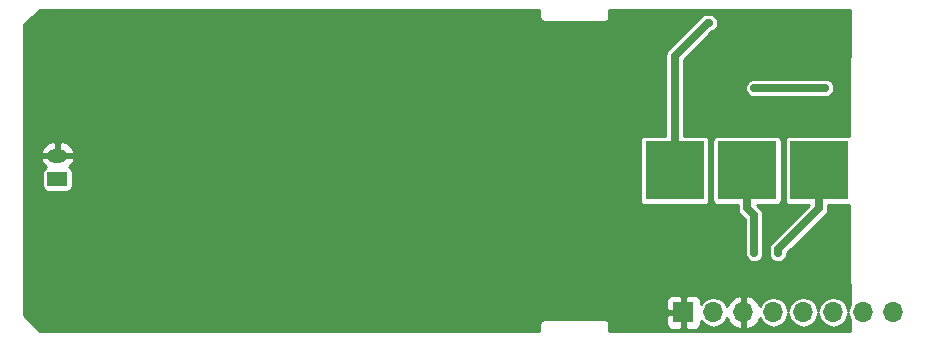
<source format=gbl>
G04 #@! TF.FileFunction,Copper,L2,Bot,Signal*
%FSLAX46Y46*%
G04 Gerber Fmt 4.6, Leading zero omitted, Abs format (unit mm)*
G04 Created by KiCad (PCBNEW 4.0.5+dfsg1-4) date Sat Sep 16 14:32:47 2017*
%MOMM*%
%LPD*%
G01*
G04 APERTURE LIST*
%ADD10C,0.100000*%
%ADD11R,1.700000X1.200000*%
%ADD12O,1.700000X1.200000*%
%ADD13R,5.000000X5.000000*%
%ADD14R,1.700000X1.700000*%
%ADD15O,1.700000X1.700000*%
%ADD16C,0.685800*%
%ADD17C,0.685800*%
%ADD18C,0.254000*%
G04 APERTURE END LIST*
D10*
D11*
X95000000Y-87250000D03*
D12*
X95000000Y-85250000D03*
D13*
X147250000Y-86500000D03*
D14*
X148000000Y-98500000D03*
D15*
X150540000Y-98500000D03*
X153080000Y-98500000D03*
X155620000Y-98500000D03*
X158160000Y-98500000D03*
X160700000Y-98500000D03*
X163240000Y-98500000D03*
X165780000Y-98500000D03*
D13*
X159500000Y-86500000D03*
X153375000Y-86500000D03*
D16*
X131500000Y-86500000D03*
X131500000Y-77025000D03*
X131500000Y-96225000D03*
X159100000Y-74000000D03*
X148000000Y-93500000D03*
X146000000Y-93500000D03*
X146000000Y-93500000D03*
X150150000Y-74000000D03*
X156000000Y-93500000D03*
X160000000Y-79500000D03*
X154000000Y-79500000D03*
X154000000Y-93500000D03*
D17*
X147250000Y-86500000D02*
X147250000Y-76800000D01*
X147250000Y-76800000D02*
X150050000Y-74000000D01*
X150050000Y-74000000D02*
X150150000Y-74000000D01*
X159500000Y-86500000D02*
X159500000Y-89685800D01*
X159500000Y-89685800D02*
X156000000Y-93185800D01*
X156000000Y-93185800D02*
X156000000Y-93500000D01*
X160000000Y-79500000D02*
X154000000Y-79500000D01*
X153375000Y-86500000D02*
X153375000Y-89685800D01*
X153375000Y-89685800D02*
X154000000Y-90310800D01*
X154000000Y-90310800D02*
X154000000Y-93500000D01*
D18*
G36*
X135794000Y-73500000D02*
X135828711Y-73674504D01*
X135873000Y-73740787D01*
X135873000Y-73750000D01*
X135883006Y-73799410D01*
X135911447Y-73841035D01*
X135953841Y-73868315D01*
X136000000Y-73877000D01*
X136009213Y-73877000D01*
X136075496Y-73921289D01*
X136250000Y-73956000D01*
X141250000Y-73956000D01*
X141424504Y-73921289D01*
X141490787Y-73877000D01*
X141500000Y-73877000D01*
X141549410Y-73866994D01*
X141591035Y-73838553D01*
X141618315Y-73796159D01*
X141627000Y-73750000D01*
X141627000Y-73740787D01*
X141671289Y-73674504D01*
X141706000Y-73500000D01*
X141706000Y-72877000D01*
X162123000Y-72877000D01*
X162123000Y-76759213D01*
X162078711Y-76825496D01*
X162044000Y-77000000D01*
X162044000Y-83568651D01*
X162000000Y-83559741D01*
X157000000Y-83559741D01*
X156839985Y-83589850D01*
X156693020Y-83684419D01*
X156594427Y-83828715D01*
X156559741Y-84000000D01*
X156559741Y-89000000D01*
X156589850Y-89160015D01*
X156684419Y-89306980D01*
X156828715Y-89405573D01*
X157000000Y-89440259D01*
X158649950Y-89440259D01*
X155452204Y-92638004D01*
X155284271Y-92889335D01*
X155284271Y-92889336D01*
X155225299Y-93185800D01*
X155225300Y-93185805D01*
X155225300Y-93499897D01*
X155225166Y-93653421D01*
X155342859Y-93938259D01*
X155452203Y-94047794D01*
X155452204Y-94047796D01*
X155452206Y-94047797D01*
X155560595Y-94156376D01*
X155845227Y-94274565D01*
X156153421Y-94274834D01*
X156438259Y-94157141D01*
X156547794Y-94047797D01*
X156547796Y-94047796D01*
X156547797Y-94047794D01*
X156656376Y-93939405D01*
X156774565Y-93654773D01*
X156774694Y-93506698D01*
X160047793Y-90233598D01*
X160047796Y-90233596D01*
X160215729Y-89982265D01*
X160274700Y-89685800D01*
X160274700Y-89440259D01*
X162000000Y-89440259D01*
X162044000Y-89431980D01*
X162044000Y-96000000D01*
X162078711Y-96174504D01*
X162123000Y-96240787D01*
X162123000Y-97883749D01*
X162055771Y-97984364D01*
X161970000Y-98415565D01*
X161884229Y-97984364D01*
X161606369Y-97568519D01*
X161190524Y-97290659D01*
X160700000Y-97193088D01*
X160209476Y-97290659D01*
X159793631Y-97568519D01*
X159515771Y-97984364D01*
X159430000Y-98415565D01*
X159344229Y-97984364D01*
X159066369Y-97568519D01*
X158650524Y-97290659D01*
X158160000Y-97193088D01*
X157669476Y-97290659D01*
X157253631Y-97568519D01*
X156975771Y-97984364D01*
X156890000Y-98415565D01*
X156804229Y-97984364D01*
X156526369Y-97568519D01*
X156110524Y-97290659D01*
X155620000Y-97193088D01*
X155129476Y-97290659D01*
X154713631Y-97568519D01*
X154442327Y-97974552D01*
X154275183Y-97618642D01*
X153846924Y-97228355D01*
X153436890Y-97058524D01*
X153207000Y-97179845D01*
X153207000Y-98373000D01*
X153227000Y-98373000D01*
X153227000Y-98627000D01*
X153207000Y-98627000D01*
X153207000Y-99820155D01*
X153436890Y-99941476D01*
X153846924Y-99771645D01*
X154275183Y-99381358D01*
X154442327Y-99025448D01*
X154713631Y-99431481D01*
X155129476Y-99709341D01*
X155620000Y-99806912D01*
X156110524Y-99709341D01*
X156526369Y-99431481D01*
X156804229Y-99015636D01*
X156890000Y-98584435D01*
X156975771Y-99015636D01*
X157253631Y-99431481D01*
X157669476Y-99709341D01*
X158160000Y-99806912D01*
X158650524Y-99709341D01*
X159066369Y-99431481D01*
X159344229Y-99015636D01*
X159430000Y-98584435D01*
X159515771Y-99015636D01*
X159793631Y-99431481D01*
X160209476Y-99709341D01*
X160700000Y-99806912D01*
X161190524Y-99709341D01*
X161606369Y-99431481D01*
X161884229Y-99015636D01*
X161970000Y-98584435D01*
X162055771Y-99015636D01*
X162123000Y-99116251D01*
X162123000Y-100123000D01*
X141706000Y-100123000D01*
X141706000Y-99500000D01*
X141671289Y-99325496D01*
X141627000Y-99259213D01*
X141627000Y-99250000D01*
X141616994Y-99200590D01*
X141588553Y-99158965D01*
X141546159Y-99131685D01*
X141500000Y-99123000D01*
X141490787Y-99123000D01*
X141424504Y-99078711D01*
X141250000Y-99044000D01*
X136250000Y-99044000D01*
X136075496Y-99078711D01*
X136009213Y-99123000D01*
X136000000Y-99123000D01*
X135950590Y-99133006D01*
X135908965Y-99161447D01*
X135881685Y-99203841D01*
X135873000Y-99250000D01*
X135873000Y-99259213D01*
X135828711Y-99325496D01*
X135794000Y-99500000D01*
X135794000Y-100123000D01*
X93552606Y-100123000D01*
X92215356Y-98785750D01*
X146515000Y-98785750D01*
X146515000Y-99476309D01*
X146611673Y-99709698D01*
X146790301Y-99888327D01*
X147023690Y-99985000D01*
X147714250Y-99985000D01*
X147873000Y-99826250D01*
X147873000Y-98627000D01*
X146673750Y-98627000D01*
X146515000Y-98785750D01*
X92215356Y-98785750D01*
X92127000Y-98697394D01*
X92127000Y-97523691D01*
X146515000Y-97523691D01*
X146515000Y-98214250D01*
X146673750Y-98373000D01*
X147873000Y-98373000D01*
X147873000Y-97173750D01*
X148127000Y-97173750D01*
X148127000Y-98373000D01*
X148147000Y-98373000D01*
X148147000Y-98627000D01*
X148127000Y-98627000D01*
X148127000Y-99826250D01*
X148285750Y-99985000D01*
X148976310Y-99985000D01*
X149209699Y-99888327D01*
X149388327Y-99709698D01*
X149485000Y-99476309D01*
X149485000Y-99209040D01*
X149633631Y-99431481D01*
X150049476Y-99709341D01*
X150540000Y-99806912D01*
X151030524Y-99709341D01*
X151446369Y-99431481D01*
X151717673Y-99025448D01*
X151884817Y-99381358D01*
X152313076Y-99771645D01*
X152723110Y-99941476D01*
X152953000Y-99820155D01*
X152953000Y-98627000D01*
X152933000Y-98627000D01*
X152933000Y-98373000D01*
X152953000Y-98373000D01*
X152953000Y-97179845D01*
X152723110Y-97058524D01*
X152313076Y-97228355D01*
X151884817Y-97618642D01*
X151717673Y-97974552D01*
X151446369Y-97568519D01*
X151030524Y-97290659D01*
X150540000Y-97193088D01*
X150049476Y-97290659D01*
X149633631Y-97568519D01*
X149485000Y-97790960D01*
X149485000Y-97523691D01*
X149388327Y-97290302D01*
X149209699Y-97111673D01*
X148976310Y-97015000D01*
X148285750Y-97015000D01*
X148127000Y-97173750D01*
X147873000Y-97173750D01*
X147714250Y-97015000D01*
X147023690Y-97015000D01*
X146790301Y-97111673D01*
X146611673Y-97290302D01*
X146515000Y-97523691D01*
X92127000Y-97523691D01*
X92127000Y-85567609D01*
X93556538Y-85567609D01*
X93571714Y-85659376D01*
X93818067Y-86079125D01*
X94022548Y-86233723D01*
X93989985Y-86239850D01*
X93843020Y-86334419D01*
X93744427Y-86478715D01*
X93709741Y-86650000D01*
X93709741Y-87850000D01*
X93739850Y-88010015D01*
X93834419Y-88156980D01*
X93978715Y-88255573D01*
X94150000Y-88290259D01*
X95850000Y-88290259D01*
X96010015Y-88260150D01*
X96156980Y-88165581D01*
X96255573Y-88021285D01*
X96290259Y-87850000D01*
X96290259Y-86650000D01*
X96260150Y-86489985D01*
X96165581Y-86343020D01*
X96021285Y-86244427D01*
X95975545Y-86235164D01*
X96181933Y-86079125D01*
X96428286Y-85659376D01*
X96443462Y-85567609D01*
X96318731Y-85377000D01*
X95127000Y-85377000D01*
X95127000Y-85397000D01*
X94873000Y-85397000D01*
X94873000Y-85377000D01*
X93681269Y-85377000D01*
X93556538Y-85567609D01*
X92127000Y-85567609D01*
X92127000Y-84932391D01*
X93556538Y-84932391D01*
X93681269Y-85123000D01*
X94873000Y-85123000D01*
X94873000Y-84167453D01*
X95127000Y-84167453D01*
X95127000Y-85123000D01*
X96318731Y-85123000D01*
X96443462Y-84932391D01*
X96428286Y-84840624D01*
X96181933Y-84420875D01*
X95793701Y-84127353D01*
X95322696Y-84004744D01*
X95127000Y-84167453D01*
X94873000Y-84167453D01*
X94677304Y-84004744D01*
X94206299Y-84127353D01*
X93818067Y-84420875D01*
X93571714Y-84840624D01*
X93556538Y-84932391D01*
X92127000Y-84932391D01*
X92127000Y-84000000D01*
X144309741Y-84000000D01*
X144309741Y-89000000D01*
X144339850Y-89160015D01*
X144434419Y-89306980D01*
X144578715Y-89405573D01*
X144750000Y-89440259D01*
X149750000Y-89440259D01*
X149910015Y-89410150D01*
X150056980Y-89315581D01*
X150155573Y-89171285D01*
X150190259Y-89000000D01*
X150190259Y-84000000D01*
X150434741Y-84000000D01*
X150434741Y-89000000D01*
X150464850Y-89160015D01*
X150559419Y-89306980D01*
X150703715Y-89405573D01*
X150875000Y-89440259D01*
X152600300Y-89440259D01*
X152600300Y-89685795D01*
X152600299Y-89685800D01*
X152649487Y-89933077D01*
X152659271Y-89982265D01*
X152827204Y-90233596D01*
X153225300Y-90631691D01*
X153225300Y-93499897D01*
X153225166Y-93653421D01*
X153342859Y-93938259D01*
X153452203Y-94047794D01*
X153452204Y-94047796D01*
X153452206Y-94047797D01*
X153560595Y-94156376D01*
X153845227Y-94274565D01*
X154153421Y-94274834D01*
X154438259Y-94157141D01*
X154547794Y-94047797D01*
X154547796Y-94047796D01*
X154547797Y-94047794D01*
X154656376Y-93939405D01*
X154774565Y-93654773D01*
X154774834Y-93346579D01*
X154774700Y-93346255D01*
X154774700Y-90310800D01*
X154715729Y-90014335D01*
X154547796Y-89763004D01*
X154547793Y-89763002D01*
X154225051Y-89440259D01*
X155875000Y-89440259D01*
X156035015Y-89410150D01*
X156181980Y-89315581D01*
X156280573Y-89171285D01*
X156315259Y-89000000D01*
X156315259Y-84000000D01*
X156285150Y-83839985D01*
X156190581Y-83693020D01*
X156046285Y-83594427D01*
X155875000Y-83559741D01*
X150875000Y-83559741D01*
X150714985Y-83589850D01*
X150568020Y-83684419D01*
X150469427Y-83828715D01*
X150434741Y-84000000D01*
X150190259Y-84000000D01*
X150160150Y-83839985D01*
X150065581Y-83693020D01*
X149921285Y-83594427D01*
X149750000Y-83559741D01*
X148024700Y-83559741D01*
X148024700Y-79653421D01*
X153225166Y-79653421D01*
X153342859Y-79938259D01*
X153452203Y-80047794D01*
X153452204Y-80047796D01*
X153452206Y-80047797D01*
X153560595Y-80156376D01*
X153845227Y-80274565D01*
X154153421Y-80274834D01*
X154153745Y-80274700D01*
X159999897Y-80274700D01*
X160153421Y-80274834D01*
X160438259Y-80157141D01*
X160547794Y-80047797D01*
X160547796Y-80047796D01*
X160547797Y-80047794D01*
X160656376Y-79939405D01*
X160774565Y-79654773D01*
X160774834Y-79346579D01*
X160657141Y-79061741D01*
X160547797Y-78952206D01*
X160547796Y-78952204D01*
X160547794Y-78952203D01*
X160439405Y-78843624D01*
X160154773Y-78725435D01*
X159846579Y-78725166D01*
X159846255Y-78725300D01*
X154000103Y-78725300D01*
X153846579Y-78725166D01*
X153561741Y-78842859D01*
X153452206Y-78952203D01*
X153452204Y-78952204D01*
X153452203Y-78952206D01*
X153343624Y-79060595D01*
X153225435Y-79345227D01*
X153225166Y-79653421D01*
X148024700Y-79653421D01*
X148024700Y-77120892D01*
X150418172Y-74727420D01*
X150588259Y-74657141D01*
X150697794Y-74547797D01*
X150697796Y-74547796D01*
X150697797Y-74547794D01*
X150806376Y-74439405D01*
X150924565Y-74154773D01*
X150924834Y-73846579D01*
X150807141Y-73561741D01*
X150697797Y-73452206D01*
X150697796Y-73452204D01*
X150697794Y-73452203D01*
X150589405Y-73343624D01*
X150304773Y-73225435D01*
X149996579Y-73225166D01*
X149946366Y-73245914D01*
X149802723Y-73274487D01*
X149753535Y-73284271D01*
X149502204Y-73452204D01*
X146702204Y-76252204D01*
X146534271Y-76503535D01*
X146534271Y-76503536D01*
X146475299Y-76800000D01*
X146475300Y-76800005D01*
X146475300Y-83559741D01*
X144750000Y-83559741D01*
X144589985Y-83589850D01*
X144443020Y-83684419D01*
X144344427Y-83828715D01*
X144309741Y-84000000D01*
X92127000Y-84000000D01*
X92127000Y-74059483D01*
X93545980Y-72877000D01*
X135794000Y-72877000D01*
X135794000Y-73500000D01*
X135794000Y-73500000D01*
G37*
X135794000Y-73500000D02*
X135828711Y-73674504D01*
X135873000Y-73740787D01*
X135873000Y-73750000D01*
X135883006Y-73799410D01*
X135911447Y-73841035D01*
X135953841Y-73868315D01*
X136000000Y-73877000D01*
X136009213Y-73877000D01*
X136075496Y-73921289D01*
X136250000Y-73956000D01*
X141250000Y-73956000D01*
X141424504Y-73921289D01*
X141490787Y-73877000D01*
X141500000Y-73877000D01*
X141549410Y-73866994D01*
X141591035Y-73838553D01*
X141618315Y-73796159D01*
X141627000Y-73750000D01*
X141627000Y-73740787D01*
X141671289Y-73674504D01*
X141706000Y-73500000D01*
X141706000Y-72877000D01*
X162123000Y-72877000D01*
X162123000Y-76759213D01*
X162078711Y-76825496D01*
X162044000Y-77000000D01*
X162044000Y-83568651D01*
X162000000Y-83559741D01*
X157000000Y-83559741D01*
X156839985Y-83589850D01*
X156693020Y-83684419D01*
X156594427Y-83828715D01*
X156559741Y-84000000D01*
X156559741Y-89000000D01*
X156589850Y-89160015D01*
X156684419Y-89306980D01*
X156828715Y-89405573D01*
X157000000Y-89440259D01*
X158649950Y-89440259D01*
X155452204Y-92638004D01*
X155284271Y-92889335D01*
X155284271Y-92889336D01*
X155225299Y-93185800D01*
X155225300Y-93185805D01*
X155225300Y-93499897D01*
X155225166Y-93653421D01*
X155342859Y-93938259D01*
X155452203Y-94047794D01*
X155452204Y-94047796D01*
X155452206Y-94047797D01*
X155560595Y-94156376D01*
X155845227Y-94274565D01*
X156153421Y-94274834D01*
X156438259Y-94157141D01*
X156547794Y-94047797D01*
X156547796Y-94047796D01*
X156547797Y-94047794D01*
X156656376Y-93939405D01*
X156774565Y-93654773D01*
X156774694Y-93506698D01*
X160047793Y-90233598D01*
X160047796Y-90233596D01*
X160215729Y-89982265D01*
X160274700Y-89685800D01*
X160274700Y-89440259D01*
X162000000Y-89440259D01*
X162044000Y-89431980D01*
X162044000Y-96000000D01*
X162078711Y-96174504D01*
X162123000Y-96240787D01*
X162123000Y-97883749D01*
X162055771Y-97984364D01*
X161970000Y-98415565D01*
X161884229Y-97984364D01*
X161606369Y-97568519D01*
X161190524Y-97290659D01*
X160700000Y-97193088D01*
X160209476Y-97290659D01*
X159793631Y-97568519D01*
X159515771Y-97984364D01*
X159430000Y-98415565D01*
X159344229Y-97984364D01*
X159066369Y-97568519D01*
X158650524Y-97290659D01*
X158160000Y-97193088D01*
X157669476Y-97290659D01*
X157253631Y-97568519D01*
X156975771Y-97984364D01*
X156890000Y-98415565D01*
X156804229Y-97984364D01*
X156526369Y-97568519D01*
X156110524Y-97290659D01*
X155620000Y-97193088D01*
X155129476Y-97290659D01*
X154713631Y-97568519D01*
X154442327Y-97974552D01*
X154275183Y-97618642D01*
X153846924Y-97228355D01*
X153436890Y-97058524D01*
X153207000Y-97179845D01*
X153207000Y-98373000D01*
X153227000Y-98373000D01*
X153227000Y-98627000D01*
X153207000Y-98627000D01*
X153207000Y-99820155D01*
X153436890Y-99941476D01*
X153846924Y-99771645D01*
X154275183Y-99381358D01*
X154442327Y-99025448D01*
X154713631Y-99431481D01*
X155129476Y-99709341D01*
X155620000Y-99806912D01*
X156110524Y-99709341D01*
X156526369Y-99431481D01*
X156804229Y-99015636D01*
X156890000Y-98584435D01*
X156975771Y-99015636D01*
X157253631Y-99431481D01*
X157669476Y-99709341D01*
X158160000Y-99806912D01*
X158650524Y-99709341D01*
X159066369Y-99431481D01*
X159344229Y-99015636D01*
X159430000Y-98584435D01*
X159515771Y-99015636D01*
X159793631Y-99431481D01*
X160209476Y-99709341D01*
X160700000Y-99806912D01*
X161190524Y-99709341D01*
X161606369Y-99431481D01*
X161884229Y-99015636D01*
X161970000Y-98584435D01*
X162055771Y-99015636D01*
X162123000Y-99116251D01*
X162123000Y-100123000D01*
X141706000Y-100123000D01*
X141706000Y-99500000D01*
X141671289Y-99325496D01*
X141627000Y-99259213D01*
X141627000Y-99250000D01*
X141616994Y-99200590D01*
X141588553Y-99158965D01*
X141546159Y-99131685D01*
X141500000Y-99123000D01*
X141490787Y-99123000D01*
X141424504Y-99078711D01*
X141250000Y-99044000D01*
X136250000Y-99044000D01*
X136075496Y-99078711D01*
X136009213Y-99123000D01*
X136000000Y-99123000D01*
X135950590Y-99133006D01*
X135908965Y-99161447D01*
X135881685Y-99203841D01*
X135873000Y-99250000D01*
X135873000Y-99259213D01*
X135828711Y-99325496D01*
X135794000Y-99500000D01*
X135794000Y-100123000D01*
X93552606Y-100123000D01*
X92215356Y-98785750D01*
X146515000Y-98785750D01*
X146515000Y-99476309D01*
X146611673Y-99709698D01*
X146790301Y-99888327D01*
X147023690Y-99985000D01*
X147714250Y-99985000D01*
X147873000Y-99826250D01*
X147873000Y-98627000D01*
X146673750Y-98627000D01*
X146515000Y-98785750D01*
X92215356Y-98785750D01*
X92127000Y-98697394D01*
X92127000Y-97523691D01*
X146515000Y-97523691D01*
X146515000Y-98214250D01*
X146673750Y-98373000D01*
X147873000Y-98373000D01*
X147873000Y-97173750D01*
X148127000Y-97173750D01*
X148127000Y-98373000D01*
X148147000Y-98373000D01*
X148147000Y-98627000D01*
X148127000Y-98627000D01*
X148127000Y-99826250D01*
X148285750Y-99985000D01*
X148976310Y-99985000D01*
X149209699Y-99888327D01*
X149388327Y-99709698D01*
X149485000Y-99476309D01*
X149485000Y-99209040D01*
X149633631Y-99431481D01*
X150049476Y-99709341D01*
X150540000Y-99806912D01*
X151030524Y-99709341D01*
X151446369Y-99431481D01*
X151717673Y-99025448D01*
X151884817Y-99381358D01*
X152313076Y-99771645D01*
X152723110Y-99941476D01*
X152953000Y-99820155D01*
X152953000Y-98627000D01*
X152933000Y-98627000D01*
X152933000Y-98373000D01*
X152953000Y-98373000D01*
X152953000Y-97179845D01*
X152723110Y-97058524D01*
X152313076Y-97228355D01*
X151884817Y-97618642D01*
X151717673Y-97974552D01*
X151446369Y-97568519D01*
X151030524Y-97290659D01*
X150540000Y-97193088D01*
X150049476Y-97290659D01*
X149633631Y-97568519D01*
X149485000Y-97790960D01*
X149485000Y-97523691D01*
X149388327Y-97290302D01*
X149209699Y-97111673D01*
X148976310Y-97015000D01*
X148285750Y-97015000D01*
X148127000Y-97173750D01*
X147873000Y-97173750D01*
X147714250Y-97015000D01*
X147023690Y-97015000D01*
X146790301Y-97111673D01*
X146611673Y-97290302D01*
X146515000Y-97523691D01*
X92127000Y-97523691D01*
X92127000Y-85567609D01*
X93556538Y-85567609D01*
X93571714Y-85659376D01*
X93818067Y-86079125D01*
X94022548Y-86233723D01*
X93989985Y-86239850D01*
X93843020Y-86334419D01*
X93744427Y-86478715D01*
X93709741Y-86650000D01*
X93709741Y-87850000D01*
X93739850Y-88010015D01*
X93834419Y-88156980D01*
X93978715Y-88255573D01*
X94150000Y-88290259D01*
X95850000Y-88290259D01*
X96010015Y-88260150D01*
X96156980Y-88165581D01*
X96255573Y-88021285D01*
X96290259Y-87850000D01*
X96290259Y-86650000D01*
X96260150Y-86489985D01*
X96165581Y-86343020D01*
X96021285Y-86244427D01*
X95975545Y-86235164D01*
X96181933Y-86079125D01*
X96428286Y-85659376D01*
X96443462Y-85567609D01*
X96318731Y-85377000D01*
X95127000Y-85377000D01*
X95127000Y-85397000D01*
X94873000Y-85397000D01*
X94873000Y-85377000D01*
X93681269Y-85377000D01*
X93556538Y-85567609D01*
X92127000Y-85567609D01*
X92127000Y-84932391D01*
X93556538Y-84932391D01*
X93681269Y-85123000D01*
X94873000Y-85123000D01*
X94873000Y-84167453D01*
X95127000Y-84167453D01*
X95127000Y-85123000D01*
X96318731Y-85123000D01*
X96443462Y-84932391D01*
X96428286Y-84840624D01*
X96181933Y-84420875D01*
X95793701Y-84127353D01*
X95322696Y-84004744D01*
X95127000Y-84167453D01*
X94873000Y-84167453D01*
X94677304Y-84004744D01*
X94206299Y-84127353D01*
X93818067Y-84420875D01*
X93571714Y-84840624D01*
X93556538Y-84932391D01*
X92127000Y-84932391D01*
X92127000Y-84000000D01*
X144309741Y-84000000D01*
X144309741Y-89000000D01*
X144339850Y-89160015D01*
X144434419Y-89306980D01*
X144578715Y-89405573D01*
X144750000Y-89440259D01*
X149750000Y-89440259D01*
X149910015Y-89410150D01*
X150056980Y-89315581D01*
X150155573Y-89171285D01*
X150190259Y-89000000D01*
X150190259Y-84000000D01*
X150434741Y-84000000D01*
X150434741Y-89000000D01*
X150464850Y-89160015D01*
X150559419Y-89306980D01*
X150703715Y-89405573D01*
X150875000Y-89440259D01*
X152600300Y-89440259D01*
X152600300Y-89685795D01*
X152600299Y-89685800D01*
X152649487Y-89933077D01*
X152659271Y-89982265D01*
X152827204Y-90233596D01*
X153225300Y-90631691D01*
X153225300Y-93499897D01*
X153225166Y-93653421D01*
X153342859Y-93938259D01*
X153452203Y-94047794D01*
X153452204Y-94047796D01*
X153452206Y-94047797D01*
X153560595Y-94156376D01*
X153845227Y-94274565D01*
X154153421Y-94274834D01*
X154438259Y-94157141D01*
X154547794Y-94047797D01*
X154547796Y-94047796D01*
X154547797Y-94047794D01*
X154656376Y-93939405D01*
X154774565Y-93654773D01*
X154774834Y-93346579D01*
X154774700Y-93346255D01*
X154774700Y-90310800D01*
X154715729Y-90014335D01*
X154547796Y-89763004D01*
X154547793Y-89763002D01*
X154225051Y-89440259D01*
X155875000Y-89440259D01*
X156035015Y-89410150D01*
X156181980Y-89315581D01*
X156280573Y-89171285D01*
X156315259Y-89000000D01*
X156315259Y-84000000D01*
X156285150Y-83839985D01*
X156190581Y-83693020D01*
X156046285Y-83594427D01*
X155875000Y-83559741D01*
X150875000Y-83559741D01*
X150714985Y-83589850D01*
X150568020Y-83684419D01*
X150469427Y-83828715D01*
X150434741Y-84000000D01*
X150190259Y-84000000D01*
X150160150Y-83839985D01*
X150065581Y-83693020D01*
X149921285Y-83594427D01*
X149750000Y-83559741D01*
X148024700Y-83559741D01*
X148024700Y-79653421D01*
X153225166Y-79653421D01*
X153342859Y-79938259D01*
X153452203Y-80047794D01*
X153452204Y-80047796D01*
X153452206Y-80047797D01*
X153560595Y-80156376D01*
X153845227Y-80274565D01*
X154153421Y-80274834D01*
X154153745Y-80274700D01*
X159999897Y-80274700D01*
X160153421Y-80274834D01*
X160438259Y-80157141D01*
X160547794Y-80047797D01*
X160547796Y-80047796D01*
X160547797Y-80047794D01*
X160656376Y-79939405D01*
X160774565Y-79654773D01*
X160774834Y-79346579D01*
X160657141Y-79061741D01*
X160547797Y-78952206D01*
X160547796Y-78952204D01*
X160547794Y-78952203D01*
X160439405Y-78843624D01*
X160154773Y-78725435D01*
X159846579Y-78725166D01*
X159846255Y-78725300D01*
X154000103Y-78725300D01*
X153846579Y-78725166D01*
X153561741Y-78842859D01*
X153452206Y-78952203D01*
X153452204Y-78952204D01*
X153452203Y-78952206D01*
X153343624Y-79060595D01*
X153225435Y-79345227D01*
X153225166Y-79653421D01*
X148024700Y-79653421D01*
X148024700Y-77120892D01*
X150418172Y-74727420D01*
X150588259Y-74657141D01*
X150697794Y-74547797D01*
X150697796Y-74547796D01*
X150697797Y-74547794D01*
X150806376Y-74439405D01*
X150924565Y-74154773D01*
X150924834Y-73846579D01*
X150807141Y-73561741D01*
X150697797Y-73452206D01*
X150697796Y-73452204D01*
X150697794Y-73452203D01*
X150589405Y-73343624D01*
X150304773Y-73225435D01*
X149996579Y-73225166D01*
X149946366Y-73245914D01*
X149802723Y-73274487D01*
X149753535Y-73284271D01*
X149502204Y-73452204D01*
X146702204Y-76252204D01*
X146534271Y-76503535D01*
X146534271Y-76503536D01*
X146475299Y-76800000D01*
X146475300Y-76800005D01*
X146475300Y-83559741D01*
X144750000Y-83559741D01*
X144589985Y-83589850D01*
X144443020Y-83684419D01*
X144344427Y-83828715D01*
X144309741Y-84000000D01*
X92127000Y-84000000D01*
X92127000Y-74059483D01*
X93545980Y-72877000D01*
X135794000Y-72877000D01*
X135794000Y-73500000D01*
M02*

</source>
